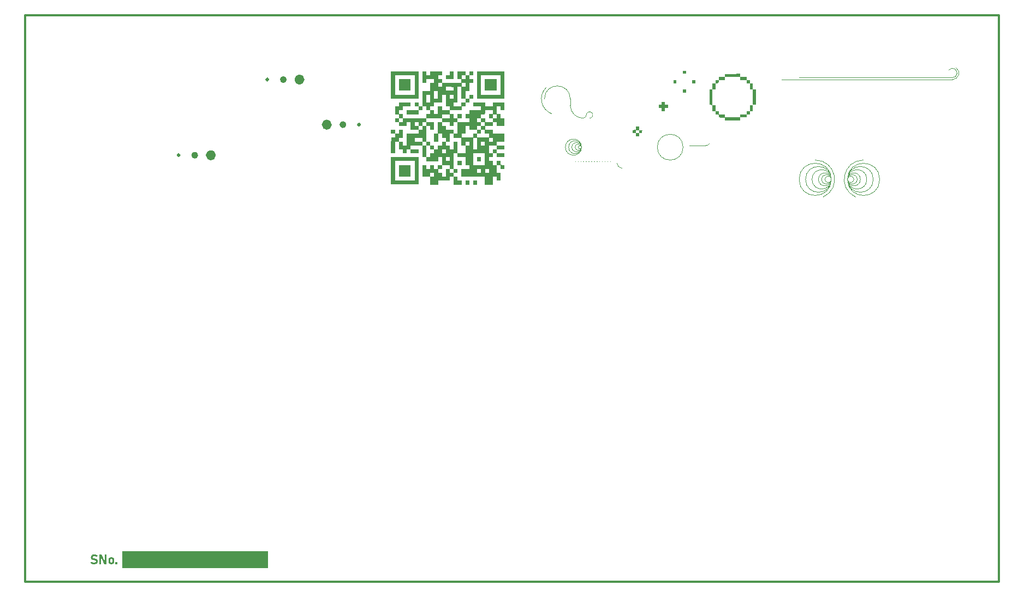
<source format=gbr>
%TF.GenerationSoftware,KiCad,Pcbnew,9.0.2*%
%TF.CreationDate,2025-08-22T18:27:14+01:00*%
%TF.ProjectId,MC8P_MIDI_CONTROLLER,4d433850-5f4d-4494-9449-5f434f4e5452,rev?*%
%TF.SameCoordinates,Original*%
%TF.FileFunction,Legend,Top*%
%TF.FilePolarity,Positive*%
%FSLAX46Y46*%
G04 Gerber Fmt 4.6, Leading zero omitted, Abs format (unit mm)*
G04 Created by KiCad (PCBNEW 9.0.2) date 2025-08-22 18:27:14*
%MOMM*%
%LPD*%
G01*
G04 APERTURE LIST*
%ADD10C,0.100000*%
%ADD11C,0.300000*%
%ADD12C,0.800000*%
%ADD13C,0.550000*%
%ADD14C,0.200000*%
%ADD15C,0.000000*%
G04 APERTURE END LIST*
D10*
X106520000Y-219000000D02*
X106520000Y-220000000D01*
X107270000Y-228750000D02*
X107290000Y-228750000D01*
X107690000Y-228750000D02*
X107710000Y-228750000D01*
X108110000Y-228750000D02*
X108130000Y-228750000D01*
X108530000Y-228750000D02*
X108550000Y-228750000D01*
X108950000Y-228750000D02*
X108970000Y-228750000D01*
X109370000Y-228750000D02*
X109390000Y-228750000D01*
X109790000Y-228750000D02*
X109810000Y-228750000D01*
X110210000Y-228750000D02*
X110230000Y-228750000D01*
X110630000Y-228750000D02*
X110650000Y-228750000D01*
X111050000Y-228750000D02*
X111070000Y-228750000D01*
X111470000Y-228750000D02*
X111490000Y-228750000D01*
X111890000Y-228750000D02*
X111910000Y-228750000D01*
X112310000Y-228750000D02*
X112330000Y-228750000D01*
X112730000Y-228750000D02*
X112750000Y-228750000D01*
X139270000Y-216000000D02*
X165806285Y-216000000D01*
D11*
X59670000Y-216000000D02*
G75*
G02*
X59370000Y-216000000I-150000J0D01*
G01*
X59370000Y-216000000D02*
G75*
G02*
X59670000Y-216000000I150000J0D01*
G01*
D12*
X69150000Y-223000000D02*
G75*
G02*
X68350000Y-223000000I-400000J0D01*
G01*
X68350000Y-223000000D02*
G75*
G02*
X69150000Y-223000000I400000J0D01*
G01*
D10*
X151520000Y-231500000D02*
G75*
G02*
X149520000Y-231500000I-1000000J0D01*
G01*
X149520000Y-231500000D02*
G75*
G02*
X151520000Y-231500000I1000000J0D01*
G01*
X147020000Y-231500000D02*
G75*
G02*
X142020000Y-231500000I-2500000J0D01*
G01*
X142020000Y-231500000D02*
G75*
G02*
X147020000Y-231500000I2500000J0D01*
G01*
X128144038Y-225916025D02*
G75*
G02*
X127520000Y-226250000I-624038J416025D01*
G01*
X147020000Y-231500000D02*
G75*
G02*
X143020000Y-231500000I-2000000J0D01*
G01*
X143020000Y-231500000D02*
G75*
G02*
X147020000Y-231500000I2000000J0D01*
G01*
X109010000Y-221500000D02*
G75*
G02*
X109520000Y-222010000I510000J0D01*
G01*
X114520000Y-229750000D02*
G75*
G02*
X113770000Y-229000000I0J750000D01*
G01*
X147020000Y-231500000D02*
G75*
G02*
X146020000Y-231500000I-500000J0D01*
G01*
X146020000Y-231500000D02*
G75*
G02*
X147020000Y-231500000I500000J0D01*
G01*
X142020000Y-215692718D02*
X165806285Y-215692718D01*
X166320781Y-214142507D02*
G75*
G02*
X165806285Y-215999992I-514481J-857493D01*
G01*
X153520000Y-231500000D02*
G75*
G02*
X149520000Y-231500000I-2000000J0D01*
G01*
X149520000Y-231500000D02*
G75*
G02*
X153520000Y-231500000I2000000J0D01*
G01*
X147020000Y-231500000D02*
G75*
G02*
X144020000Y-231500000I-1500000J0D01*
G01*
X144020000Y-231500000D02*
G75*
G02*
X147020000Y-231500000I1500000J0D01*
G01*
X108270000Y-226500000D02*
G75*
G02*
X107770000Y-226500000I-250000J0D01*
G01*
X107770000Y-226500000D02*
G75*
G02*
X108270000Y-226500000I250000J0D01*
G01*
X102520000Y-219000000D02*
G75*
G02*
X106520000Y-219000000I2000000J0D01*
G01*
D13*
X48545000Y-227750000D02*
G75*
G02*
X47995000Y-227750000I-275000J0D01*
G01*
X47995000Y-227750000D02*
G75*
G02*
X48545000Y-227750000I275000J0D01*
G01*
D11*
X73900000Y-223000000D02*
G75*
G02*
X73600000Y-223000000I-150000J0D01*
G01*
X73600000Y-223000000D02*
G75*
G02*
X73900000Y-223000000I150000J0D01*
G01*
X45920000Y-227750000D02*
G75*
G02*
X45620000Y-227750000I-150000J0D01*
G01*
X45620000Y-227750000D02*
G75*
G02*
X45920000Y-227750000I150000J0D01*
G01*
D14*
G36*
X32652253Y-291260387D02*
G01*
X32546522Y-291254976D01*
X32443700Y-291238863D01*
X32344213Y-291212145D01*
X32252091Y-291175848D01*
X32166439Y-291129670D01*
X32091715Y-291075922D01*
X32221866Y-290844380D01*
X32313802Y-290906588D01*
X32420619Y-290953557D01*
X32534927Y-290982343D01*
X32652253Y-290991933D01*
X32743074Y-290985901D01*
X32812651Y-290969673D01*
X32865385Y-290945314D01*
X32908130Y-290909234D01*
X32932764Y-290866148D01*
X32941222Y-290813606D01*
X32941222Y-290812598D01*
X32932300Y-290758082D01*
X32907334Y-290718351D01*
X32869260Y-290688579D01*
X32819223Y-290667060D01*
X32679913Y-290637384D01*
X32674234Y-290636377D01*
X32668647Y-290635278D01*
X32646116Y-290632255D01*
X32503276Y-290604323D01*
X32398087Y-290573362D01*
X32336321Y-290544179D01*
X32280882Y-290503219D01*
X32231025Y-290449348D01*
X32194802Y-290386572D01*
X32171143Y-290304487D01*
X32162424Y-290197747D01*
X32162424Y-290196740D01*
X32170072Y-290102289D01*
X32191889Y-290020739D01*
X32226995Y-289949810D01*
X32275757Y-289887689D01*
X32337625Y-289835761D01*
X32414482Y-289793556D01*
X32498182Y-289764723D01*
X32596415Y-289746331D01*
X32711695Y-289739792D01*
X32791797Y-289744318D01*
X32875094Y-289758202D01*
X32957526Y-289780673D01*
X33038492Y-289811508D01*
X33116416Y-289849921D01*
X33190167Y-289895497D01*
X33071282Y-290133267D01*
X32982779Y-290080205D01*
X32891489Y-290041035D01*
X32798032Y-290016151D01*
X32711695Y-290008245D01*
X32626155Y-290013772D01*
X32560949Y-290028594D01*
X32511844Y-290050744D01*
X32471836Y-290083728D01*
X32448951Y-290122786D01*
X32441135Y-290170087D01*
X32441135Y-290171094D01*
X32450863Y-290230247D01*
X32478046Y-290273127D01*
X32518832Y-290305231D01*
X32569180Y-290327898D01*
X32721862Y-290364809D01*
X32730105Y-290366366D01*
X32738257Y-290367832D01*
X32750072Y-290370488D01*
X32761887Y-290372961D01*
X32896896Y-290405086D01*
X32998009Y-290440097D01*
X33057399Y-290471545D01*
X33109958Y-290513597D01*
X33156370Y-290567226D01*
X33190117Y-290628773D01*
X33211963Y-290707076D01*
X33219934Y-290806461D01*
X33219934Y-290808476D01*
X33212076Y-290901437D01*
X33189596Y-290981987D01*
X33153256Y-291052383D01*
X33103164Y-291113573D01*
X33039156Y-291165035D01*
X32959083Y-291207081D01*
X32872473Y-291235664D01*
X32771028Y-291253904D01*
X32652253Y-291260387D01*
G37*
G36*
X33455964Y-289755088D02*
G01*
X33799248Y-289755088D01*
X34353557Y-290896587D01*
X34329010Y-290923240D01*
X34329010Y-289755088D01*
X34597464Y-289755088D01*
X34597464Y-291243992D01*
X34252165Y-291243992D01*
X33699871Y-290119895D01*
X33724418Y-290093242D01*
X33724418Y-291243992D01*
X33455964Y-291243992D01*
X33455964Y-289755088D01*
G37*
G36*
X35429428Y-290172521D02*
G01*
X35511501Y-290190815D01*
X35582068Y-290219821D01*
X35645481Y-290261296D01*
X35697396Y-290313212D01*
X35738872Y-290376625D01*
X35767959Y-290447188D01*
X35786268Y-290528947D01*
X35792727Y-290624012D01*
X35792727Y-290800325D01*
X35786254Y-290896075D01*
X35767932Y-290978181D01*
X35738872Y-291048811D01*
X35697421Y-291112204D01*
X35645505Y-291164282D01*
X35582068Y-291206073D01*
X35511468Y-291235386D01*
X35429397Y-291253861D01*
X35333673Y-291260387D01*
X35237886Y-291253861D01*
X35155754Y-291235387D01*
X35085095Y-291206073D01*
X35021786Y-291164233D01*
X34969890Y-291111841D01*
X34928382Y-291047804D01*
X34899373Y-290976522D01*
X34881080Y-290893712D01*
X34874618Y-290797211D01*
X34874618Y-290624012D01*
X35155345Y-290624012D01*
X35155345Y-290800325D01*
X35161041Y-290858711D01*
X35176735Y-290904392D01*
X35201415Y-290940184D01*
X35235205Y-290967027D01*
X35278025Y-290983792D01*
X35332574Y-290989827D01*
X35387206Y-290983811D01*
X35430391Y-290967058D01*
X35464740Y-290940184D01*
X35490053Y-290904306D01*
X35506096Y-290858623D01*
X35511909Y-290800325D01*
X35511909Y-290624012D01*
X35506106Y-290566408D01*
X35490075Y-290521233D01*
X35464740Y-290485710D01*
X35430427Y-290459104D01*
X35387243Y-290442494D01*
X35332574Y-290436525D01*
X35278658Y-290442478D01*
X35235975Y-290459071D01*
X35201965Y-290485710D01*
X35176947Y-290521189D01*
X35161090Y-290566364D01*
X35155345Y-290624012D01*
X34874618Y-290624012D01*
X34881067Y-290528942D01*
X34899346Y-290447182D01*
X34928382Y-290376625D01*
X34969853Y-290313205D01*
X35021740Y-290261291D01*
X35085095Y-290219821D01*
X35155721Y-290190814D01*
X35237855Y-290172521D01*
X35333673Y-290166057D01*
X35429428Y-290172521D01*
G37*
G36*
X35961255Y-290964273D02*
G01*
X36241981Y-290964273D01*
X36241981Y-291245000D01*
X35961255Y-291245000D01*
X35961255Y-290964273D01*
G37*
D10*
X37020000Y-289250000D02*
X59520000Y-289250000D01*
X59520000Y-291750000D01*
X37020000Y-291750000D01*
X37020000Y-289250000D01*
G36*
X37020000Y-289250000D02*
G01*
X59520000Y-289250000D01*
X59520000Y-291750000D01*
X37020000Y-291750000D01*
X37020000Y-289250000D01*
G37*
X124020000Y-226500000D02*
G75*
G02*
X120020000Y-226500000I-2000000J0D01*
G01*
X120020000Y-226500000D02*
G75*
G02*
X124020000Y-226500000I2000000J0D01*
G01*
X144520000Y-228500000D02*
G75*
G02*
X145761409Y-234231099I0J-3000000D01*
G01*
X152520000Y-231500000D02*
G75*
G02*
X149520000Y-231500000I-1500000J0D01*
G01*
X149520000Y-231500000D02*
G75*
G02*
X152520000Y-231500000I1500000J0D01*
G01*
X108510000Y-222000000D02*
G75*
G02*
X106522900Y-220012917I0J1987100D01*
G01*
X150770000Y-234231099D02*
G75*
G02*
X152011409Y-228500004I1241400J2731099D01*
G01*
D13*
X71525000Y-223000000D02*
G75*
G02*
X70975000Y-223000000I-275000J0D01*
G01*
X70975000Y-223000000D02*
G75*
G02*
X71525000Y-223000000I275000J0D01*
G01*
D10*
X108270000Y-226500000D02*
G75*
G02*
X107270000Y-226500000I-500000J0D01*
G01*
X107270000Y-226500000D02*
G75*
G02*
X108270000Y-226500000I500000J0D01*
G01*
X108270000Y-226500000D02*
G75*
G02*
X105770000Y-226500000I-1250000J0D01*
G01*
X105770000Y-226500000D02*
G75*
G02*
X108270000Y-226500000I1250000J0D01*
G01*
X151020000Y-231500000D02*
G75*
G02*
X149520000Y-231500000I-750000J0D01*
G01*
X149520000Y-231500000D02*
G75*
G02*
X151020000Y-231500000I750000J0D01*
G01*
X150520000Y-231500000D02*
G75*
G02*
X149520000Y-231500000I-500000J0D01*
G01*
X149520000Y-231500000D02*
G75*
G02*
X150520000Y-231500000I500000J0D01*
G01*
X165270000Y-214518003D02*
G75*
G02*
X165806285Y-215692651I536300J-464897D01*
G01*
X147020000Y-231500000D02*
G75*
G02*
X145020000Y-231500000I-1000000J0D01*
G01*
X145020000Y-231500000D02*
G75*
G02*
X147020000Y-231500000I1000000J0D01*
G01*
D12*
X64920000Y-216000000D02*
G75*
G02*
X64120000Y-216000000I-400000J0D01*
G01*
X64120000Y-216000000D02*
G75*
G02*
X64920000Y-216000000I400000J0D01*
G01*
X51170000Y-227750000D02*
G75*
G02*
X50370000Y-227750000I-400000J0D01*
G01*
X50370000Y-227750000D02*
G75*
G02*
X51170000Y-227750000I400000J0D01*
G01*
D10*
X108270000Y-226500000D02*
G75*
G02*
X106770000Y-226500000I-750000J0D01*
G01*
X106770000Y-226500000D02*
G75*
G02*
X108270000Y-226500000I750000J0D01*
G01*
D13*
X62295000Y-216000000D02*
G75*
G02*
X61745000Y-216000000I-275000J0D01*
G01*
X61745000Y-216000000D02*
G75*
G02*
X62295000Y-216000000I275000J0D01*
G01*
D10*
X109010000Y-221500000D02*
G75*
G02*
X108510000Y-222000000I-500000J0D01*
G01*
X108270000Y-226500000D02*
G75*
G02*
X106270000Y-226500000I-1000000J0D01*
G01*
X106270000Y-226500000D02*
G75*
G02*
X108270000Y-226500000I1000000J0D01*
G01*
X147020000Y-231500000D02*
G75*
G02*
X145520000Y-231500000I-750000J0D01*
G01*
X145520000Y-231500000D02*
G75*
G02*
X147020000Y-231500000I750000J0D01*
G01*
X125020000Y-226250000D02*
X127520000Y-226250000D01*
X154520000Y-231500000D02*
G75*
G02*
X149520000Y-231500000I-2500000J0D01*
G01*
X149520000Y-231500000D02*
G75*
G02*
X154520000Y-231500000I2500000J0D01*
G01*
X103600855Y-221297863D02*
G75*
G02*
X102770000Y-217250000I919145J2297863D01*
G01*
D11*
X22000000Y-206000000D02*
X173000000Y-206000000D01*
X173000000Y-294000000D01*
X22000000Y-294000000D01*
X22000000Y-206000000D01*
D15*
%TO.C,G\u002A\u002A\u002A*%
G36*
X124453277Y-214858256D02*
G01*
X124453277Y-215091868D01*
X124219665Y-215091868D01*
X123986053Y-215091868D01*
X123986053Y-214858256D01*
X123986053Y-214624644D01*
X124219665Y-214624644D01*
X124453277Y-214624644D01*
X124453277Y-214858256D01*
G37*
G36*
X124453277Y-217767787D02*
G01*
X124453277Y-218022637D01*
X124219665Y-218022637D01*
X123986053Y-218022637D01*
X123986053Y-217767787D01*
X123986053Y-217512938D01*
X124219665Y-217512938D01*
X124453277Y-217512938D01*
X124453277Y-217767787D01*
G37*
G36*
X125897425Y-216323640D02*
G01*
X125897425Y-216578490D01*
X125663813Y-216578490D01*
X125430200Y-216578490D01*
X125430200Y-216323640D01*
X125430200Y-216068791D01*
X125663813Y-216068791D01*
X125897425Y-216068791D01*
X125897425Y-216323640D01*
G37*
G36*
X135326856Y-218723473D02*
G01*
X135326856Y-219934008D01*
X135093244Y-219934008D01*
X134859632Y-219934008D01*
X134859632Y-218719542D01*
X134859632Y-217512938D01*
X135093244Y-217512938D01*
X135326856Y-217512938D01*
X135326856Y-218723473D01*
G37*
G36*
X123009130Y-216321521D02*
G01*
X123009130Y-216578490D01*
X122774185Y-216578490D01*
X122613952Y-216568679D01*
X122530262Y-216538297D01*
X122516656Y-216519637D01*
X122505519Y-216442634D01*
X122504871Y-216320843D01*
X122507370Y-216275406D01*
X122520669Y-216090028D01*
X122764899Y-216077290D01*
X123009130Y-216064551D01*
X123009130Y-216321521D01*
G37*
G36*
X121222208Y-219702504D02*
G01*
X121222208Y-219936116D01*
X121455820Y-219936116D01*
X121689432Y-219936116D01*
X121689432Y-220169728D01*
X121689432Y-220403340D01*
X121455820Y-220403340D01*
X121222208Y-220403340D01*
X121222208Y-220658190D01*
X121222208Y-220913039D01*
X120967359Y-220913039D01*
X120712509Y-220913039D01*
X120712509Y-220658190D01*
X120712509Y-220403340D01*
X120478897Y-220403340D01*
X120245285Y-220403340D01*
X120245285Y-220169728D01*
X120245285Y-219936116D01*
X120478897Y-219936116D01*
X120712509Y-219936116D01*
X120712509Y-219702504D01*
X120712509Y-219468892D01*
X120967359Y-219468892D01*
X121222208Y-219468892D01*
X121222208Y-219702504D01*
G37*
G36*
X117190067Y-223586851D02*
G01*
X117190067Y-223841700D01*
X117434297Y-223841643D01*
X117678528Y-223841585D01*
X117663978Y-224075255D01*
X117649429Y-224308925D01*
X117419748Y-224308925D01*
X117190067Y-224308925D01*
X117190067Y-224542537D01*
X117190067Y-224776149D01*
X116956455Y-224776149D01*
X116722843Y-224776149D01*
X116722843Y-224542537D01*
X116722843Y-224308925D01*
X116956455Y-224308925D01*
X117190067Y-224308925D01*
X117190067Y-224075313D01*
X117190067Y-223841700D01*
X116956455Y-223841700D01*
X116722843Y-223841700D01*
X116722843Y-224075313D01*
X116722843Y-224308925D01*
X116467993Y-224308925D01*
X116213144Y-224308925D01*
X116213144Y-224077432D01*
X116213144Y-224075313D01*
X116213144Y-223845940D01*
X116457374Y-223833201D01*
X116701605Y-223820463D01*
X116714344Y-223576232D01*
X116727082Y-223332001D01*
X116958574Y-223332001D01*
X117190067Y-223332001D01*
X117190067Y-223586851D01*
G37*
G36*
X132905787Y-215357336D02*
G01*
X132905786Y-215601567D01*
X133394247Y-215601567D01*
X133882709Y-215601567D01*
X133882709Y-215833059D01*
X133882709Y-216064551D01*
X134126940Y-216077290D01*
X134371170Y-216090028D01*
X134383909Y-216334259D01*
X134396647Y-216578490D01*
X134628140Y-216578490D01*
X134859632Y-216578490D01*
X134859632Y-217045714D01*
X134859632Y-217505076D01*
X134625962Y-217519626D01*
X134392292Y-217534175D01*
X134392350Y-217056333D01*
X134392408Y-216578490D01*
X134137558Y-216578490D01*
X133882709Y-216578490D01*
X133882709Y-216323640D01*
X133882709Y-216068791D01*
X133394247Y-216068791D01*
X132905786Y-216068791D01*
X132905786Y-215834517D01*
X132905786Y-215600244D01*
X131705869Y-215611524D01*
X130505953Y-215622804D01*
X130493115Y-215845797D01*
X130480276Y-216068791D01*
X130017391Y-216068791D01*
X129554507Y-216068791D01*
X129541768Y-216313022D01*
X129529030Y-216557252D01*
X129284799Y-216569991D01*
X129040568Y-216582729D01*
X129040568Y-217045614D01*
X129040568Y-217508499D01*
X128817575Y-217521337D01*
X128594582Y-217534175D01*
X128594582Y-218744711D01*
X128594582Y-219955246D01*
X128817650Y-219955246D01*
X129040719Y-219955246D01*
X129040644Y-220433088D01*
X129040568Y-220910931D01*
X129295418Y-220910931D01*
X129550267Y-220910931D01*
X129550267Y-221165781D01*
X129550267Y-221420630D01*
X130034009Y-221420630D01*
X130257221Y-221423253D01*
X130405393Y-221431839D01*
X130488296Y-221447466D01*
X130515700Y-221471209D01*
X130515780Y-221473724D01*
X130516036Y-221547399D01*
X130519081Y-221666495D01*
X130520499Y-221707336D01*
X130527190Y-221887854D01*
X131716488Y-221887854D01*
X132905786Y-221887854D01*
X132905786Y-221654242D01*
X132905786Y-221420630D01*
X133394247Y-221420630D01*
X133882709Y-221420630D01*
X133882709Y-221165781D01*
X133882709Y-220910931D01*
X134137558Y-220910931D01*
X134392408Y-220910931D01*
X134392408Y-220443707D01*
X134392408Y-219976483D01*
X134626020Y-219976483D01*
X134859632Y-219976483D01*
X134859632Y-220443707D01*
X134859632Y-220910931D01*
X134628140Y-220910931D01*
X134396647Y-220910931D01*
X134383909Y-221155162D01*
X134371170Y-221399393D01*
X134126940Y-221412131D01*
X133882709Y-221424870D01*
X133882709Y-221656362D01*
X133882709Y-221887854D01*
X133394247Y-221887854D01*
X132905786Y-221887854D01*
X132905786Y-222121466D01*
X132905786Y-222355078D01*
X131718708Y-222355078D01*
X130531630Y-222355078D01*
X130518791Y-222132085D01*
X130505953Y-221909092D01*
X130028110Y-221897082D01*
X129550267Y-221885072D01*
X129550267Y-221652851D01*
X129545585Y-221515891D01*
X129527480Y-221444267D01*
X129489867Y-221418685D01*
X129475936Y-221417185D01*
X129385906Y-221413183D01*
X129258587Y-221407704D01*
X129231706Y-221406566D01*
X129061806Y-221399393D01*
X129049067Y-221155162D01*
X129036329Y-220910931D01*
X128806228Y-220910931D01*
X128576127Y-220910931D01*
X128564117Y-220433088D01*
X128552107Y-219955246D01*
X128329114Y-219942407D01*
X128106120Y-219929569D01*
X128106120Y-218721253D01*
X128106120Y-217512938D01*
X128339732Y-217512938D01*
X128573344Y-217512938D01*
X128573344Y-217045714D01*
X128573344Y-216578490D01*
X128806956Y-216578490D01*
X129040568Y-216578490D01*
X129040568Y-216323640D01*
X129040568Y-216068791D01*
X129295418Y-216068791D01*
X129550267Y-216068791D01*
X129550267Y-215836570D01*
X129550267Y-215604349D01*
X130028110Y-215592339D01*
X130505953Y-215580329D01*
X130510173Y-215355983D01*
X130514392Y-215131636D01*
X131710090Y-215122371D01*
X132905788Y-215113105D01*
X132905787Y-215357336D01*
G37*
G36*
X81756154Y-216830058D02*
G01*
X81756154Y-217736154D01*
X80850058Y-217736154D01*
X79943961Y-217736154D01*
X79946302Y-216832398D01*
X79948642Y-215928642D01*
X80852398Y-215926302D01*
X81756154Y-215923961D01*
X81756154Y-216830058D01*
G37*
G36*
X81756154Y-230172384D02*
G01*
X81756154Y-231080923D01*
X80850058Y-231080923D01*
X79943961Y-231080923D01*
X79943961Y-230172384D01*
X79943961Y-229263846D01*
X80850058Y-229263846D01*
X81756154Y-229263846D01*
X81756154Y-230172384D01*
G37*
G36*
X89659461Y-228965884D02*
G01*
X89659461Y-229273615D01*
X89347363Y-229273615D01*
X89035264Y-229273615D01*
X89034505Y-228965884D01*
X89033746Y-228658154D01*
X89346603Y-228658154D01*
X89659461Y-228658154D01*
X89659461Y-228965884D01*
G37*
G36*
X90870846Y-231999231D02*
G01*
X90870846Y-232311846D01*
X90563115Y-232311846D01*
X90255384Y-232311846D01*
X90255384Y-231999231D01*
X90255384Y-231686615D01*
X90563115Y-231686615D01*
X90870846Y-231686615D01*
X90870846Y-231999231D01*
G37*
G36*
X92082231Y-231999231D02*
G01*
X92082231Y-232311846D01*
X91774500Y-232311846D01*
X91466769Y-232311846D01*
X91466769Y-231999231D01*
X91466769Y-231686615D01*
X91774500Y-231686615D01*
X92082231Y-231686615D01*
X92082231Y-231999231D01*
G37*
G36*
X92687923Y-228360192D02*
G01*
X92687923Y-228667923D01*
X92380192Y-228667923D01*
X92072461Y-228667923D01*
X92072461Y-228360192D01*
X92072461Y-228052461D01*
X92380192Y-228052461D01*
X92687923Y-228052461D01*
X92687923Y-228360192D01*
G37*
G36*
X95100923Y-216830058D02*
G01*
X95100923Y-217736154D01*
X94192384Y-217736154D01*
X93283846Y-217736154D01*
X93283846Y-216830058D01*
X93283846Y-215923961D01*
X94192384Y-215923961D01*
X95100923Y-215923961D01*
X95100923Y-216830058D01*
G37*
G36*
X88448077Y-215323154D02*
G01*
X88448077Y-215938615D01*
X87832615Y-215938615D01*
X87217154Y-215938615D01*
X87217154Y-215630884D01*
X87217154Y-215323154D01*
X87520000Y-215323154D01*
X87822846Y-215323154D01*
X87822846Y-215015423D01*
X87822846Y-214707692D01*
X88135461Y-214707692D01*
X88448077Y-214707692D01*
X88448077Y-215323154D01*
G37*
G36*
X82967538Y-216827615D02*
G01*
X82967538Y-218947538D01*
X80847615Y-218947538D01*
X78727692Y-218947538D01*
X78727692Y-218351615D01*
X79333384Y-218351615D01*
X80852500Y-218351615D01*
X82371615Y-218351615D01*
X82371615Y-216832500D01*
X82371615Y-215313384D01*
X80852500Y-215313384D01*
X79333384Y-215313384D01*
X79333384Y-216832500D01*
X79333384Y-218351615D01*
X78727692Y-218351615D01*
X78727692Y-216832500D01*
X78727692Y-216827615D01*
X78727692Y-214707692D01*
X80847615Y-214707692D01*
X82967538Y-214707692D01*
X82967538Y-216827615D01*
G37*
G36*
X82967538Y-230172384D02*
G01*
X82967538Y-232292308D01*
X80847615Y-232292308D01*
X78727692Y-232292308D01*
X78727692Y-230172384D01*
X78727692Y-230165872D01*
X78727692Y-228648384D01*
X79333384Y-228648384D01*
X79333384Y-230165872D01*
X79333410Y-230336507D01*
X79333486Y-230501798D01*
X79333608Y-230660690D01*
X79333774Y-230812131D01*
X79333981Y-230955067D01*
X79334227Y-231088446D01*
X79334508Y-231211213D01*
X79334822Y-231322316D01*
X79335166Y-231420701D01*
X79335537Y-231505316D01*
X79335932Y-231575107D01*
X79336348Y-231629022D01*
X79336784Y-231666006D01*
X79337235Y-231685007D01*
X79337454Y-231687429D01*
X79347512Y-231687871D01*
X79376054Y-231688269D01*
X79422027Y-231688619D01*
X79484376Y-231688923D01*
X79562047Y-231689179D01*
X79653987Y-231689384D01*
X79759140Y-231689540D01*
X79876455Y-231689644D01*
X80004875Y-231689695D01*
X80143347Y-231689692D01*
X80290818Y-231689635D01*
X80446233Y-231689522D01*
X80608538Y-231689351D01*
X80776680Y-231689123D01*
X80856570Y-231688996D01*
X82371615Y-231686493D01*
X82371615Y-230167439D01*
X82371615Y-228648384D01*
X80852500Y-228648384D01*
X79333384Y-228648384D01*
X78727692Y-228648384D01*
X78727692Y-228052461D01*
X80847615Y-228052461D01*
X82967538Y-228052461D01*
X82967538Y-230172384D01*
G37*
G36*
X96312308Y-216827615D02*
G01*
X96312308Y-218947538D01*
X94192384Y-218947538D01*
X92072461Y-218947538D01*
X92072461Y-218351615D01*
X92668384Y-218351615D01*
X94187439Y-218351615D01*
X95706493Y-218351615D01*
X95708996Y-216836570D01*
X95709252Y-216666073D01*
X95709450Y-216500923D01*
X95709589Y-216342172D01*
X95709673Y-216190876D01*
X95709701Y-216048087D01*
X95709674Y-215914861D01*
X95709595Y-215792251D01*
X95709463Y-215681310D01*
X95709281Y-215583094D01*
X95709048Y-215498656D01*
X95708767Y-215429050D01*
X95708438Y-215375330D01*
X95708062Y-215338551D01*
X95707640Y-215319766D01*
X95707429Y-215317454D01*
X95697372Y-215316997D01*
X95668829Y-215316554D01*
X95622854Y-215316128D01*
X95560500Y-215315722D01*
X95482820Y-215315339D01*
X95390868Y-215314982D01*
X95285696Y-215314654D01*
X95168358Y-215314357D01*
X95039906Y-215314094D01*
X94901395Y-215313868D01*
X94753877Y-215313682D01*
X94598406Y-215313538D01*
X94436034Y-215313440D01*
X94267815Y-215313390D01*
X94185872Y-215313384D01*
X92668384Y-215313384D01*
X92668384Y-216832500D01*
X92668384Y-218351615D01*
X92072461Y-218351615D01*
X92072461Y-216832500D01*
X92072461Y-216827615D01*
X92072461Y-214707692D01*
X94192384Y-214707692D01*
X96312308Y-214707692D01*
X96312308Y-216827615D01*
G37*
G36*
X90265154Y-215015493D02*
G01*
X90265154Y-215323440D01*
X90560673Y-215320855D01*
X90856192Y-215318269D01*
X90858774Y-215012981D01*
X90861355Y-214707692D01*
X91168947Y-214707692D01*
X91476538Y-214707692D01*
X91476538Y-215020308D01*
X91476538Y-215332923D01*
X91173549Y-215332923D01*
X90870559Y-215332923D01*
X90873145Y-215628442D01*
X90875731Y-215923961D01*
X91176137Y-215923961D01*
X91476544Y-215923961D01*
X91476541Y-216234134D01*
X91476538Y-216544308D01*
X91173692Y-216544308D01*
X90870846Y-216544308D01*
X90870846Y-217150000D01*
X90870846Y-217755692D01*
X90568000Y-217755692D01*
X90265154Y-217755692D01*
X90265154Y-218356500D01*
X90265154Y-218957308D01*
X90563115Y-218957308D01*
X90861077Y-218957308D01*
X90861077Y-218654461D01*
X90861077Y-218351615D01*
X91168808Y-218351615D01*
X91476538Y-218351615D01*
X91476538Y-218659346D01*
X91476538Y-218967077D01*
X91173692Y-218967077D01*
X90870846Y-218967077D01*
X90870846Y-219269923D01*
X90870846Y-219572769D01*
X90568000Y-219572769D01*
X90265154Y-219572769D01*
X90265154Y-219875615D01*
X90265154Y-220178461D01*
X89962447Y-220178461D01*
X89659740Y-220178461D01*
X89657158Y-220481654D01*
X89654577Y-220784847D01*
X88748481Y-220784562D01*
X87842384Y-220784276D01*
X87842384Y-221082177D01*
X87842384Y-221380077D01*
X88145231Y-221380077D01*
X88448077Y-221380077D01*
X88448077Y-221682923D01*
X88448077Y-221985769D01*
X88743596Y-221985776D01*
X89039115Y-221985782D01*
X89036273Y-221682929D01*
X89033431Y-221380077D01*
X89346446Y-221380077D01*
X89659461Y-221380077D01*
X89659461Y-221692965D01*
X89659461Y-222005852D01*
X89356610Y-222003138D01*
X89053759Y-222000423D01*
X89053764Y-222295942D01*
X89053769Y-222591461D01*
X89957566Y-222591461D01*
X90861363Y-222591461D01*
X92082231Y-222591461D01*
X92380192Y-222591461D01*
X92678154Y-222591461D01*
X92678154Y-222298665D01*
X92678154Y-222005868D01*
X92384252Y-222003145D01*
X92310491Y-222002594D01*
X92243242Y-222002342D01*
X92184935Y-222002381D01*
X92137997Y-222002699D01*
X92104857Y-222003284D01*
X92087943Y-222004126D01*
X92086290Y-222004493D01*
X92085269Y-222014916D01*
X92084342Y-222042438D01*
X92083543Y-222084619D01*
X92082904Y-222139020D01*
X92082461Y-222203203D01*
X92082246Y-222274727D01*
X92082231Y-222300013D01*
X92082231Y-222591461D01*
X90861363Y-222591461D01*
X90858797Y-222300013D01*
X90858778Y-222297833D01*
X90856192Y-222004205D01*
X90555788Y-222005017D01*
X90255384Y-222005829D01*
X90255384Y-221985769D01*
X92687636Y-221985769D01*
X92990626Y-221985769D01*
X93293615Y-221985769D01*
X93293615Y-222288615D01*
X93293615Y-222591461D01*
X93894423Y-222591461D01*
X94495231Y-222591461D01*
X94495231Y-222298384D01*
X94495231Y-222005308D01*
X94192384Y-222005308D01*
X93889538Y-222005308D01*
X93889538Y-221985769D01*
X94504713Y-221985769D01*
X94802818Y-221985769D01*
X95100923Y-221985769D01*
X95100923Y-221687664D01*
X95100923Y-221389559D01*
X94805404Y-221392145D01*
X94509884Y-221394731D01*
X94507299Y-221690250D01*
X94504713Y-221985769D01*
X93889538Y-221985769D01*
X93889538Y-221692692D01*
X93889538Y-221380077D01*
X94192384Y-221380077D01*
X94495231Y-221380077D01*
X94495231Y-221082159D01*
X94495231Y-220784240D01*
X93896865Y-220786639D01*
X93298500Y-220789038D01*
X93293615Y-221091884D01*
X93288731Y-221394731D01*
X92990769Y-221394731D01*
X92692808Y-221394731D01*
X92690222Y-221690250D01*
X92687636Y-221985769D01*
X90255384Y-221985769D01*
X90255384Y-221692953D01*
X90255384Y-221380077D01*
X90558231Y-221380077D01*
X90861077Y-221380077D01*
X90861077Y-221077231D01*
X90861077Y-220774384D01*
X91769615Y-220774384D01*
X92678154Y-220774384D01*
X92678154Y-220476166D01*
X92678154Y-220177947D01*
X92377750Y-220178468D01*
X92282767Y-220178602D01*
X92174968Y-220178701D01*
X92061071Y-220178764D01*
X91947800Y-220178788D01*
X91841875Y-220178768D01*
X91772058Y-220178725D01*
X91466769Y-220178461D01*
X91466769Y-219870731D01*
X91466769Y-219563000D01*
X92380192Y-219563000D01*
X93293615Y-219563000D01*
X93293615Y-219865846D01*
X93293615Y-220168692D01*
X93894423Y-220168692D01*
X94495231Y-220168692D01*
X94495231Y-219865846D01*
X94495231Y-219563000D01*
X95413538Y-219563000D01*
X96331846Y-219563000D01*
X96331848Y-220176019D01*
X96331851Y-220789038D01*
X96021675Y-220786764D01*
X95711500Y-220784489D01*
X95708918Y-220481475D01*
X95706337Y-220178461D01*
X95413399Y-220178461D01*
X95120461Y-220178461D01*
X95120461Y-220779128D01*
X95120461Y-221379794D01*
X95418974Y-221382378D01*
X95717486Y-221384961D01*
X95716675Y-221685365D01*
X95715863Y-221985769D01*
X96023855Y-221985769D01*
X96331846Y-221985769D01*
X96331846Y-222601231D01*
X96331846Y-223216692D01*
X95716384Y-223216692D01*
X95100923Y-223216692D01*
X95100923Y-222913846D01*
X95100923Y-222611000D01*
X94802961Y-222611000D01*
X94505000Y-222611000D01*
X94505000Y-222913846D01*
X94505000Y-223216692D01*
X93899308Y-223216692D01*
X93293615Y-223216692D01*
X93293615Y-223509769D01*
X93293615Y-223802846D01*
X93899168Y-223802846D01*
X94504721Y-223802846D01*
X94507303Y-224108134D01*
X94509884Y-224413423D01*
X95420866Y-224413423D01*
X96331847Y-224413423D01*
X96331846Y-225026442D01*
X96331846Y-225639461D01*
X95726154Y-225639461D01*
X95120461Y-225639461D01*
X95120461Y-225937800D01*
X95120461Y-226236139D01*
X95420865Y-226235370D01*
X95515848Y-226235172D01*
X95623647Y-226235025D01*
X95737543Y-226234933D01*
X95850814Y-226234899D01*
X95956740Y-226234928D01*
X96026558Y-226234993D01*
X96331846Y-226235384D01*
X96331846Y-226543115D01*
X96331846Y-226850846D01*
X95726154Y-226850846D01*
X95120461Y-226850846D01*
X95120461Y-227148808D01*
X95120461Y-227446769D01*
X95726154Y-227446769D01*
X96331846Y-227446769D01*
X96331846Y-227754500D01*
X96331846Y-228062231D01*
X95716384Y-228062231D01*
X95100923Y-228062231D01*
X95100923Y-227759384D01*
X95100923Y-227456538D01*
X94802961Y-227456538D01*
X94505000Y-227456538D01*
X94505000Y-227759243D01*
X94505000Y-228061948D01*
X94204596Y-228064532D01*
X93904192Y-228067115D01*
X93904192Y-228360192D01*
X93904192Y-228653269D01*
X94204596Y-228655853D01*
X94505000Y-228658436D01*
X94505000Y-228961141D01*
X94505000Y-229263846D01*
X94802961Y-229263846D01*
X95100923Y-229263846D01*
X95100923Y-228961000D01*
X95100923Y-228658154D01*
X95411096Y-228658149D01*
X95721269Y-228658144D01*
X95721269Y-228958553D01*
X95721269Y-229258961D01*
X96026558Y-229261543D01*
X96331846Y-229264124D01*
X96331846Y-229574158D01*
X96331846Y-229884192D01*
X96021673Y-229882027D01*
X95711500Y-229879861D01*
X95709472Y-229579181D01*
X95707445Y-229278500D01*
X95413953Y-229275914D01*
X95120461Y-229273329D01*
X95120461Y-229874138D01*
X95120461Y-230474948D01*
X95418687Y-230477532D01*
X95716913Y-230480115D01*
X95716910Y-231088417D01*
X95716906Y-231696720D01*
X95408912Y-231698994D01*
X95100918Y-231701269D01*
X95100920Y-231400865D01*
X95100923Y-231100461D01*
X94802584Y-231100461D01*
X94504246Y-231100461D01*
X94505015Y-231400865D01*
X94505212Y-231495848D01*
X94505359Y-231603647D01*
X94505451Y-231717543D01*
X94505485Y-231830814D01*
X94505456Y-231936740D01*
X94505392Y-232006558D01*
X94505000Y-232311846D01*
X93894423Y-232311846D01*
X93283846Y-232311846D01*
X93283846Y-231706154D01*
X93283846Y-231100461D01*
X91466769Y-231100461D01*
X89649692Y-231100461D01*
X89649692Y-230485000D01*
X89649692Y-230475231D01*
X92081944Y-230475231D01*
X92380192Y-230475231D01*
X92678440Y-230475231D01*
X93293329Y-230475231D01*
X93591433Y-230475231D01*
X93889538Y-230475231D01*
X93889538Y-230177126D01*
X93889538Y-229879021D01*
X93594019Y-229881607D01*
X93298500Y-229884192D01*
X93295914Y-230179711D01*
X93293329Y-230475231D01*
X92678440Y-230475231D01*
X92675855Y-230179711D01*
X92673269Y-229884192D01*
X92380192Y-229884192D01*
X92087115Y-229884192D01*
X92084530Y-230179711D01*
X92081944Y-230475231D01*
X89649692Y-230475231D01*
X89649692Y-229869538D01*
X90255384Y-229869538D01*
X90861077Y-229869538D01*
X90861077Y-229571577D01*
X90861077Y-229273615D01*
X90555788Y-229273616D01*
X90250500Y-229273617D01*
X90250500Y-229263846D01*
X91476538Y-229263846D01*
X92380192Y-229263846D01*
X93283846Y-229263846D01*
X93283846Y-228360192D01*
X93283846Y-227456538D01*
X92380192Y-227456538D01*
X91476538Y-227456538D01*
X91476538Y-228360192D01*
X91476538Y-229263846D01*
X90250500Y-229263846D01*
X90250500Y-228670366D01*
X90250500Y-228360192D01*
X90250500Y-228067115D01*
X89642105Y-228064599D01*
X89033710Y-228062082D01*
X89034521Y-227761753D01*
X89035333Y-227461423D01*
X88741705Y-227458837D01*
X88448077Y-227456252D01*
X88448077Y-228662895D01*
X88448077Y-229869538D01*
X88750923Y-229869538D01*
X89053769Y-229869538D01*
X89053774Y-230179711D01*
X89053779Y-230489884D01*
X88750928Y-230487170D01*
X88448077Y-230484455D01*
X88448077Y-230782689D01*
X88448077Y-231080923D01*
X88750923Y-231080923D01*
X89053769Y-231080923D01*
X89053764Y-231386211D01*
X89053759Y-231691500D01*
X89356610Y-231688785D01*
X89659461Y-231686070D01*
X89659461Y-231998958D01*
X89659461Y-232311846D01*
X89046442Y-232311847D01*
X88433423Y-232311849D01*
X88435890Y-231706155D01*
X88438357Y-231100461D01*
X88140371Y-231100461D01*
X87842384Y-231100461D01*
X87842385Y-231400865D01*
X87842386Y-231701269D01*
X86933847Y-231698838D01*
X86025308Y-231696406D01*
X86025308Y-232004126D01*
X86025308Y-232311846D01*
X85409846Y-232311846D01*
X84794384Y-232311846D01*
X84794384Y-231706154D01*
X84794384Y-231100461D01*
X84188692Y-231100461D01*
X83583000Y-231100461D01*
X83583000Y-231080923D01*
X84803867Y-231080923D01*
X85101972Y-231080923D01*
X85400077Y-231080923D01*
X85400077Y-230782818D01*
X85400077Y-230484713D01*
X85104558Y-230487299D01*
X84809038Y-230489884D01*
X84806453Y-230785404D01*
X84803867Y-231080923D01*
X83583000Y-231080923D01*
X83583000Y-230182154D01*
X83583000Y-230177269D01*
X86024691Y-230177269D01*
X86024691Y-230470346D01*
X86327845Y-230472927D01*
X86631000Y-230475509D01*
X86631000Y-230778216D01*
X86631000Y-231080923D01*
X86924077Y-231080923D01*
X87217154Y-231080923D01*
X87217154Y-230475231D01*
X87842384Y-230475231D01*
X88140489Y-230475231D01*
X88438594Y-230475231D01*
X88436008Y-230179711D01*
X88433423Y-229884192D01*
X88137904Y-229881607D01*
X87842384Y-229879021D01*
X87842384Y-230177126D01*
X87842384Y-230475231D01*
X87217154Y-230475231D01*
X87217154Y-230177126D01*
X87217154Y-229869538D01*
X87520000Y-229869538D01*
X87822846Y-229869538D01*
X87822846Y-229571502D01*
X87822846Y-229273465D01*
X87226374Y-229275982D01*
X86629902Y-229278500D01*
X86630711Y-229578764D01*
X86631520Y-229879028D01*
X86328106Y-229881610D01*
X86024691Y-229884192D01*
X86024691Y-230177269D01*
X83583000Y-230177269D01*
X83583000Y-229884192D01*
X83583000Y-229263846D01*
X83890731Y-229263846D01*
X84198461Y-229263846D01*
X84198461Y-229566692D01*
X84198461Y-229869538D01*
X84496423Y-229869538D01*
X84794384Y-229869538D01*
X84794384Y-229566692D01*
X84794384Y-229263846D01*
X85102115Y-229263846D01*
X85409846Y-229263846D01*
X85409846Y-229566692D01*
X85409846Y-229869538D01*
X85707808Y-229869538D01*
X86005769Y-229869538D01*
X86005769Y-229566692D01*
X86005769Y-229263846D01*
X86308615Y-229263846D01*
X86611461Y-229263846D01*
X86611461Y-228662895D01*
X86611461Y-228200894D01*
X87233708Y-228200894D01*
X87233853Y-228265174D01*
X87234294Y-228336849D01*
X87234530Y-228364252D01*
X87237253Y-228658154D01*
X87530049Y-228658154D01*
X87822846Y-228658154D01*
X87822846Y-228360192D01*
X87822846Y-228062231D01*
X87531397Y-228062231D01*
X87457952Y-228062361D01*
X87391027Y-228062732D01*
X87333062Y-228063308D01*
X87286498Y-228064057D01*
X87253772Y-228064945D01*
X87237325Y-228065938D01*
X87235878Y-228066290D01*
X87234945Y-228076707D01*
X87234265Y-228104232D01*
X87233849Y-228146437D01*
X87233708Y-228200894D01*
X86611461Y-228200894D01*
X86611461Y-228061944D01*
X86317833Y-228064530D01*
X86024205Y-228067115D01*
X86025017Y-228367519D01*
X86025829Y-228667923D01*
X85717837Y-228668067D01*
X85620897Y-228668106D01*
X85511230Y-228668142D01*
X85395624Y-228668171D01*
X85280865Y-228668194D01*
X85173740Y-228668207D01*
X85102115Y-228668210D01*
X85005615Y-228668205D01*
X84896757Y-228668189D01*
X84782236Y-228668165D01*
X84668747Y-228668134D01*
X84562986Y-228668097D01*
X84491538Y-228668067D01*
X84188692Y-228667923D01*
X84188692Y-228365077D01*
X84188692Y-228062231D01*
X83885846Y-228062231D01*
X83583000Y-228062231D01*
X83583000Y-228052461D01*
X84198667Y-228052461D01*
X84496526Y-228052461D01*
X84794384Y-228052461D01*
X84794384Y-227749615D01*
X84794384Y-227446769D01*
X85097231Y-227446769D01*
X85400077Y-227446769D01*
X85400077Y-227148808D01*
X85400077Y-226855731D01*
X86630389Y-226855731D01*
X86630542Y-227146365D01*
X86630585Y-227219753D01*
X86630634Y-227286661D01*
X86630686Y-227344637D01*
X86630738Y-227391228D01*
X86630788Y-227423982D01*
X86630834Y-227440448D01*
X86630847Y-227441884D01*
X86640258Y-227443108D01*
X86666817Y-227444220D01*
X86708135Y-227445179D01*
X86761824Y-227445947D01*
X86825492Y-227446483D01*
X86896751Y-227446748D01*
X86924077Y-227446769D01*
X87217154Y-227446769D01*
X87217154Y-227158577D01*
X87217154Y-227085361D01*
X87217154Y-227018502D01*
X87217154Y-226960491D01*
X87217154Y-226913818D01*
X87217154Y-226880973D01*
X87217154Y-226864448D01*
X87217154Y-226863058D01*
X87207782Y-226861223D01*
X87181259Y-226859557D01*
X87139972Y-226858118D01*
X87086306Y-226856966D01*
X87022648Y-226856161D01*
X86951385Y-226855763D01*
X86923771Y-226855731D01*
X86630389Y-226855731D01*
X85400077Y-226855731D01*
X85400077Y-226850846D01*
X85097231Y-226850846D01*
X84794384Y-226850846D01*
X84794384Y-226548000D01*
X84794384Y-226245154D01*
X84496526Y-226245154D01*
X84198667Y-226245154D01*
X84198667Y-227148808D01*
X84198667Y-228052461D01*
X83583000Y-228052461D01*
X83583000Y-227153692D01*
X83583000Y-227148808D01*
X83583000Y-226245154D01*
X82679346Y-226245154D01*
X81775692Y-226245154D01*
X81775692Y-226543115D01*
X81775692Y-226841077D01*
X82381384Y-226841077D01*
X82987077Y-226841077D01*
X82987077Y-227148808D01*
X82987077Y-227456538D01*
X82376500Y-227456538D01*
X81765923Y-227456538D01*
X81765923Y-227153692D01*
X81765923Y-226850846D01*
X81467961Y-226850846D01*
X81170000Y-226850846D01*
X81170000Y-227153692D01*
X81170000Y-227456538D01*
X80862269Y-227456538D01*
X80554538Y-227456538D01*
X80554538Y-227153692D01*
X80554538Y-226850846D01*
X80249250Y-226850847D01*
X79943961Y-226850849D01*
X79946391Y-226245155D01*
X79948821Y-225639461D01*
X79650872Y-225639461D01*
X79352923Y-225639461D01*
X79352923Y-226548000D01*
X79352923Y-227456538D01*
X79040269Y-227456538D01*
X78727616Y-227456538D01*
X78730096Y-226237827D01*
X78732577Y-225019115D01*
X79035423Y-225017350D01*
X79338269Y-225015584D01*
X79340855Y-224721830D01*
X79343440Y-224428077D01*
X79035566Y-224428077D01*
X78727692Y-224428077D01*
X78727692Y-224115461D01*
X78727692Y-223802846D01*
X79040308Y-223802846D01*
X79352923Y-223802846D01*
X79352923Y-224110720D01*
X79352923Y-224418594D01*
X79648442Y-224416008D01*
X79943961Y-224413423D01*
X79945989Y-224110577D01*
X79948017Y-223807731D01*
X80256162Y-223805151D01*
X80564307Y-223802572D01*
X80564308Y-224418170D01*
X80564308Y-225033769D01*
X80261461Y-225033769D01*
X79958615Y-225033769D01*
X79958615Y-225331731D01*
X79958615Y-225629692D01*
X80261461Y-225629692D01*
X80564308Y-225629692D01*
X80564308Y-225932682D01*
X80564308Y-226235671D01*
X80859827Y-226233085D01*
X81155346Y-226230500D01*
X81156450Y-225930910D01*
X81157523Y-225639461D01*
X83592769Y-225639461D01*
X83592769Y-225930910D01*
X83592979Y-226004500D01*
X83593575Y-226071700D01*
X83594501Y-226130042D01*
X83595704Y-226177059D01*
X83597131Y-226210287D01*
X83598726Y-226227258D01*
X83599282Y-226228872D01*
X83610337Y-226230511D01*
X83638465Y-226232000D01*
X83681198Y-226233283D01*
X83736070Y-226234307D01*
X83800614Y-226235017D01*
X83872365Y-226235361D01*
X83897243Y-226235384D01*
X84188692Y-226235384D01*
X84188692Y-225937423D01*
X84188692Y-225639461D01*
X83890731Y-225639461D01*
X83592769Y-225639461D01*
X81157523Y-225639461D01*
X81157560Y-225629537D01*
X82381384Y-225629537D01*
X82982192Y-225629537D01*
X83583000Y-225629537D01*
X83583000Y-225331653D01*
X83583000Y-225033769D01*
X82982192Y-225033769D01*
X82381384Y-225033769D01*
X82381384Y-225331653D01*
X82381384Y-225629537D01*
X81157560Y-225629537D01*
X81157577Y-225624808D01*
X81157997Y-225506386D01*
X81158399Y-225384832D01*
X81158563Y-225331653D01*
X81158774Y-225263119D01*
X81159116Y-225144219D01*
X81159415Y-225031105D01*
X81159664Y-224926751D01*
X81159854Y-224834128D01*
X81159978Y-224756212D01*
X81160019Y-224716269D01*
X81160230Y-224413423D01*
X82066327Y-224413423D01*
X82972423Y-224413423D01*
X82975008Y-224117904D01*
X82977594Y-223822384D01*
X82371758Y-223822384D01*
X81765923Y-223822384D01*
X81765923Y-223802846D01*
X82987077Y-223802846D01*
X83285038Y-223802846D01*
X83583000Y-223802846D01*
X83583000Y-223509769D01*
X83583000Y-223216692D01*
X83285038Y-223216692D01*
X82987077Y-223216692D01*
X82987077Y-223509769D01*
X82987077Y-223802846D01*
X81765923Y-223802846D01*
X81765923Y-223509769D01*
X81765923Y-223218320D01*
X81765910Y-223197154D01*
X82381098Y-223197154D01*
X82679346Y-223197154D01*
X82977594Y-223197154D01*
X83592769Y-223197154D01*
X83890731Y-223197154D01*
X84188692Y-223197154D01*
X84188692Y-222904357D01*
X84188692Y-222611560D01*
X83894790Y-222608838D01*
X83821029Y-222608286D01*
X83753781Y-222608035D01*
X83695474Y-222608073D01*
X83648536Y-222608391D01*
X83615395Y-222608976D01*
X83598481Y-222609818D01*
X83596829Y-222610186D01*
X83595807Y-222620608D01*
X83594880Y-222648130D01*
X83594081Y-222690311D01*
X83593443Y-222744713D01*
X83592999Y-222808895D01*
X83592784Y-222880420D01*
X83592769Y-222905705D01*
X83592769Y-223197154D01*
X82977594Y-223197154D01*
X82975025Y-222905705D01*
X82975008Y-222903768D01*
X82972423Y-222610383D01*
X82679346Y-222610383D01*
X82386269Y-222610383D01*
X82383683Y-222903768D01*
X82381098Y-223197154D01*
X81765910Y-223197154D01*
X81765859Y-223111536D01*
X81765675Y-223010646D01*
X81765382Y-222917329D01*
X81764990Y-222833263D01*
X81764512Y-222760127D01*
X81763959Y-222699599D01*
X81763341Y-222653357D01*
X81762671Y-222623080D01*
X81761958Y-222610445D01*
X81761863Y-222610186D01*
X81751447Y-222609253D01*
X81723922Y-222608573D01*
X81681717Y-222608157D01*
X81627260Y-222608016D01*
X81562980Y-222608160D01*
X81491304Y-222608602D01*
X81463902Y-222608838D01*
X81170000Y-222611560D01*
X81170000Y-222914200D01*
X81170000Y-223216839D01*
X80558874Y-223214323D01*
X79947749Y-223211808D01*
X79948558Y-222911404D01*
X79949367Y-222611000D01*
X79646260Y-222611000D01*
X79343154Y-222611000D01*
X79343154Y-222298665D01*
X79958615Y-222298665D01*
X79958615Y-222591461D01*
X80256577Y-222591461D01*
X80554538Y-222591461D01*
X84198461Y-222591461D01*
X84803885Y-222591461D01*
X85409308Y-222591461D01*
X85412020Y-222899192D01*
X85412662Y-222996113D01*
X85413034Y-223105776D01*
X85413136Y-223221388D01*
X85412967Y-223336156D01*
X85412528Y-223443286D01*
X85412020Y-223514654D01*
X85409308Y-223822384D01*
X85101846Y-223822384D01*
X84794384Y-223822384D01*
X84794384Y-223519538D01*
X84794384Y-223216692D01*
X84496500Y-223216692D01*
X84198616Y-223216692D01*
X84198616Y-224423192D01*
X84198616Y-225629692D01*
X84503827Y-225629689D01*
X84809038Y-225629687D01*
X84809038Y-225930093D01*
X84809038Y-226230500D01*
X85109442Y-226233083D01*
X85409846Y-226235667D01*
X85409846Y-226538372D01*
X85409846Y-226841077D01*
X85707808Y-226841077D01*
X86005769Y-226841077D01*
X86005769Y-226538231D01*
X86005769Y-226235384D01*
X86308615Y-226235384D01*
X86611461Y-226235384D01*
X86611461Y-225937423D01*
X87236692Y-225937423D01*
X87236692Y-226235384D01*
X87539538Y-226235384D01*
X87842384Y-226235384D01*
X87842384Y-226538374D01*
X87842384Y-226841363D01*
X88137904Y-226838778D01*
X88433423Y-226836192D01*
X88433423Y-226232941D01*
X88433423Y-225629691D01*
X88743596Y-225629691D01*
X89053769Y-225629692D01*
X89053769Y-226538306D01*
X89053769Y-227446919D01*
X89652134Y-227444402D01*
X90250500Y-227441884D01*
X90252940Y-226843519D01*
X90252950Y-226841077D01*
X91476538Y-226841077D01*
X91774500Y-226841077D01*
X92072461Y-226841077D01*
X92072461Y-226245154D01*
X93899613Y-226245154D01*
X93899620Y-226839609D01*
X93899723Y-226945602D01*
X93900017Y-227045752D01*
X93900485Y-227138358D01*
X93901107Y-227221719D01*
X93901867Y-227294134D01*
X93902747Y-227353903D01*
X93903727Y-227399326D01*
X93904791Y-227428701D01*
X93905919Y-227440328D01*
X93905980Y-227440416D01*
X93916994Y-227442016D01*
X93945082Y-227443467D01*
X93987779Y-227444719D01*
X94042620Y-227445717D01*
X94107141Y-227446411D01*
X94178877Y-227446746D01*
X94203782Y-227446769D01*
X94495231Y-227446769D01*
X94495231Y-227143923D01*
X94495231Y-226841077D01*
X94798077Y-226841077D01*
X95100923Y-226841077D01*
X95100923Y-226543115D01*
X95100923Y-226245154D01*
X94500268Y-226245154D01*
X93899613Y-226245154D01*
X92072461Y-226245154D01*
X92072461Y-225937423D01*
X92072461Y-225930910D01*
X92072461Y-225639461D01*
X92687923Y-225639461D01*
X92687923Y-225930910D01*
X92688133Y-226004500D01*
X92688729Y-226071700D01*
X92689655Y-226130042D01*
X92690858Y-226177059D01*
X92692285Y-226210287D01*
X92693880Y-226227258D01*
X92694436Y-226228872D01*
X92705491Y-226230511D01*
X92733619Y-226232000D01*
X92776351Y-226233283D01*
X92831223Y-226234307D01*
X92895768Y-226235017D01*
X92967519Y-226235361D01*
X92992397Y-226235384D01*
X93283846Y-226235384D01*
X93283846Y-225937423D01*
X93283846Y-225639461D01*
X92985884Y-225639461D01*
X92687923Y-225639461D01*
X92072461Y-225639461D01*
X92072461Y-225325218D01*
X92072461Y-225033769D01*
X93899308Y-225033769D01*
X93899308Y-225325218D01*
X93899518Y-225398808D01*
X93900113Y-225466007D01*
X93901039Y-225524349D01*
X93902243Y-225571367D01*
X93903669Y-225604595D01*
X93905265Y-225621566D01*
X93905820Y-225623179D01*
X93916876Y-225624819D01*
X93945003Y-225626307D01*
X93987736Y-225627590D01*
X94042608Y-225628614D01*
X94107153Y-225629325D01*
X94178903Y-225629668D01*
X94203782Y-225629692D01*
X94495231Y-225629692D01*
X94495231Y-225331731D01*
X94495231Y-225033769D01*
X94197269Y-225033769D01*
X93899308Y-225033769D01*
X92072461Y-225033769D01*
X91774500Y-225033769D01*
X91476538Y-225033769D01*
X91476538Y-225937423D01*
X91476538Y-226841077D01*
X90252950Y-226841077D01*
X90255381Y-226245154D01*
X89952536Y-226245154D01*
X89649692Y-226245154D01*
X89649684Y-226235384D01*
X90265154Y-226235384D01*
X90563115Y-226235384D01*
X90861077Y-226235384D01*
X90861077Y-225937423D01*
X90861077Y-225639461D01*
X90563115Y-225639461D01*
X90265154Y-225639461D01*
X90265154Y-225937423D01*
X90265154Y-226235384D01*
X89649684Y-226235384D01*
X89649428Y-225939865D01*
X89649427Y-225937423D01*
X89649376Y-225843723D01*
X89649368Y-225735253D01*
X89649402Y-225621176D01*
X89649475Y-225508213D01*
X89649583Y-225403084D01*
X89649686Y-225334173D01*
X89650207Y-225033769D01*
X89041815Y-225033774D01*
X88433423Y-225033779D01*
X88436138Y-224730928D01*
X88436240Y-224719525D01*
X89659461Y-224719525D01*
X89659593Y-224792971D01*
X89659964Y-224859896D01*
X89660542Y-224917860D01*
X89661293Y-224964425D01*
X89662183Y-224997151D01*
X89663179Y-225013598D01*
X89663532Y-225015045D01*
X89673676Y-225015612D01*
X89701985Y-225016107D01*
X89747086Y-225016525D01*
X89807606Y-225016865D01*
X89882173Y-225017124D01*
X89969412Y-225017299D01*
X90067951Y-225017387D01*
X90176417Y-225017386D01*
X90293436Y-225017294D01*
X90417636Y-225017107D01*
X90547643Y-225016823D01*
X90564743Y-225016779D01*
X91461884Y-225014443D01*
X91464441Y-224719525D01*
X92082231Y-224719525D01*
X92082362Y-224792971D01*
X92082733Y-224859896D01*
X92083311Y-224917860D01*
X92084062Y-224964425D01*
X92084953Y-224997151D01*
X92085949Y-225013598D01*
X92086302Y-225015045D01*
X92096445Y-225015637D01*
X92124756Y-225016202D01*
X92169863Y-225016736D01*
X92230394Y-225017232D01*
X92304980Y-225017684D01*
X92392247Y-225018084D01*
X92490826Y-225018429D01*
X92599345Y-225018710D01*
X92716432Y-225018922D01*
X92840717Y-225019059D01*
X92970828Y-225019114D01*
X92989956Y-225019115D01*
X93889539Y-225019115D01*
X93889539Y-224723596D01*
X93889538Y-224428077D01*
X93586692Y-224428077D01*
X93283846Y-224428077D01*
X93283846Y-224125231D01*
X93283846Y-223822384D01*
X92985884Y-223822384D01*
X92687923Y-223822384D01*
X92687923Y-224125231D01*
X92687923Y-224428077D01*
X92385077Y-224428077D01*
X92082231Y-224428077D01*
X92082231Y-224719525D01*
X91464441Y-224719525D01*
X91464468Y-224716375D01*
X91466966Y-224428077D01*
X91467051Y-224418308D01*
X91769756Y-224418308D01*
X92072461Y-224418308D01*
X92072461Y-224120346D01*
X92072461Y-223822384D01*
X91466769Y-223822384D01*
X90861077Y-223822384D01*
X90861077Y-223802846D01*
X92082231Y-223802846D01*
X92380192Y-223802846D01*
X92678154Y-223802846D01*
X92678154Y-223509769D01*
X92678154Y-223216692D01*
X92380192Y-223216692D01*
X92082231Y-223216692D01*
X92082231Y-223509769D01*
X92082231Y-223802846D01*
X90861077Y-223802846D01*
X90861077Y-223519538D01*
X90861077Y-223509769D01*
X90861077Y-223216692D01*
X90563115Y-223216692D01*
X90265154Y-223216692D01*
X90265154Y-223822384D01*
X90265154Y-224428077D01*
X89962308Y-224428077D01*
X89659461Y-224428077D01*
X89659461Y-224719525D01*
X88436240Y-224719525D01*
X88438852Y-224428077D01*
X88140618Y-224428077D01*
X87842384Y-224428077D01*
X87842384Y-225033769D01*
X87842384Y-225639461D01*
X87539538Y-225639461D01*
X87236692Y-225639461D01*
X87236692Y-225937423D01*
X86611461Y-225937423D01*
X86611461Y-225932538D01*
X86611461Y-225639461D01*
X86611461Y-225629692D01*
X86914308Y-225629692D01*
X87217154Y-225629692D01*
X87217154Y-225331731D01*
X87217154Y-225033769D01*
X86914308Y-225033769D01*
X86611461Y-225033769D01*
X86611461Y-224730923D01*
X86611461Y-224428077D01*
X86318384Y-224428077D01*
X86025308Y-224428077D01*
X86025308Y-225033769D01*
X86025308Y-225639461D01*
X85712692Y-225639461D01*
X85400077Y-225639461D01*
X85400077Y-225028884D01*
X85400077Y-224418308D01*
X85702923Y-224418308D01*
X86005769Y-224418308D01*
X86005769Y-223504884D01*
X86005769Y-223196871D01*
X86631000Y-223196871D01*
X86931404Y-223199455D01*
X87231808Y-223202038D01*
X87234391Y-223502442D01*
X87236974Y-223802846D01*
X87842526Y-223802846D01*
X88448077Y-223802846D01*
X88448077Y-224110720D01*
X88448077Y-224418594D01*
X88741312Y-224416008D01*
X89034547Y-224413423D01*
X89034544Y-223512211D01*
X89034490Y-223381361D01*
X89034335Y-223256215D01*
X89034210Y-223197154D01*
X92687923Y-223197154D01*
X92985884Y-223197154D01*
X93283846Y-223197154D01*
X93283846Y-222904077D01*
X93283846Y-222611000D01*
X92985884Y-222611000D01*
X92687923Y-222611000D01*
X92687923Y-222904077D01*
X92687923Y-223197154D01*
X89034210Y-223197154D01*
X89034085Y-223138134D01*
X89033749Y-223028480D01*
X89033335Y-222928615D01*
X89033201Y-222904077D01*
X89032849Y-222839900D01*
X89032300Y-222763698D01*
X89031694Y-222701370D01*
X89031041Y-222654278D01*
X89030347Y-222623783D01*
X89029620Y-222611248D01*
X89029501Y-222611000D01*
X89018822Y-222611000D01*
X88991070Y-222611000D01*
X88948708Y-222611000D01*
X88894201Y-222611000D01*
X88830013Y-222611000D01*
X88758610Y-222611000D01*
X88736269Y-222611000D01*
X88448077Y-222611000D01*
X88448077Y-222913846D01*
X88448077Y-223216692D01*
X88135461Y-223216692D01*
X87822846Y-223216692D01*
X87822846Y-222913846D01*
X87822846Y-222611000D01*
X87226923Y-222611000D01*
X86631000Y-222611000D01*
X86631000Y-222903936D01*
X86631000Y-223196871D01*
X86005769Y-223196871D01*
X86005769Y-222903936D01*
X86005769Y-222591461D01*
X86308615Y-222591461D01*
X86611461Y-222591461D01*
X86611461Y-222298384D01*
X86611461Y-222005308D01*
X85404961Y-222005308D01*
X84198461Y-222005308D01*
X84198461Y-222298384D01*
X84198461Y-222591461D01*
X80554538Y-222591461D01*
X80554538Y-222300013D01*
X80554535Y-222298384D01*
X80554407Y-222226567D01*
X80554037Y-222159642D01*
X80553461Y-222101678D01*
X80552712Y-222055113D01*
X80551824Y-222022387D01*
X80550831Y-222005940D01*
X80550479Y-222004493D01*
X80540062Y-222003561D01*
X80512537Y-222002881D01*
X80470332Y-222002465D01*
X80415875Y-222002324D01*
X80351595Y-222002468D01*
X80279920Y-222002909D01*
X80252517Y-222003145D01*
X79958615Y-222005868D01*
X79958615Y-222298665D01*
X79343154Y-222298665D01*
X79343154Y-222298384D01*
X79343154Y-222005868D01*
X79343154Y-221985769D01*
X79646143Y-221985769D01*
X79949132Y-221985769D01*
X79946547Y-221690250D01*
X79943961Y-221394731D01*
X79643376Y-221392697D01*
X79342791Y-221390663D01*
X79342705Y-221084966D01*
X79342692Y-220988385D01*
X79342700Y-220879126D01*
X79342728Y-220763996D01*
X79342773Y-220649801D01*
X79342834Y-220543345D01*
X79342887Y-220474122D01*
X79343154Y-220168974D01*
X79643558Y-220166391D01*
X79943961Y-220163808D01*
X79943961Y-219863401D01*
X79943961Y-219562994D01*
X80859827Y-219562997D01*
X81775692Y-219563000D01*
X81775692Y-219870731D01*
X81775692Y-220178461D01*
X81470404Y-220178725D01*
X81374262Y-220178778D01*
X81265792Y-220178786D01*
X81151714Y-220178752D01*
X81038751Y-220178679D01*
X80933623Y-220178570D01*
X80864711Y-220178468D01*
X80564308Y-220177947D01*
X80564313Y-220483493D01*
X80564318Y-220789038D01*
X80261467Y-220786323D01*
X79958615Y-220783609D01*
X79958615Y-221081843D01*
X79958615Y-221380077D01*
X80261461Y-221380077D01*
X80564308Y-221380077D01*
X80564308Y-221682923D01*
X80564308Y-221985769D01*
X82376500Y-221985769D01*
X84188692Y-221985769D01*
X86631000Y-221985769D01*
X87226923Y-221985769D01*
X87822846Y-221985769D01*
X87822846Y-221687925D01*
X87822846Y-221390080D01*
X87226923Y-221390080D01*
X86631000Y-221390080D01*
X86631000Y-221687925D01*
X86631000Y-221985769D01*
X84188692Y-221985769D01*
X84188692Y-221687925D01*
X84188692Y-221682923D01*
X84188692Y-221380077D01*
X84491538Y-221380077D01*
X84794384Y-221380077D01*
X84794384Y-221081855D01*
X84794384Y-220783632D01*
X84493981Y-220784444D01*
X84193577Y-220785255D01*
X84193484Y-220774384D01*
X84803867Y-220774384D01*
X85109299Y-220774379D01*
X85414731Y-220774374D01*
X85412016Y-221077225D01*
X85409301Y-221380077D01*
X85707535Y-221380077D01*
X86005769Y-221380077D01*
X86005769Y-220774384D01*
X86005769Y-220168692D01*
X86318384Y-220168692D01*
X86631000Y-220168692D01*
X86631000Y-220471538D01*
X86631000Y-220774384D01*
X87226923Y-220774384D01*
X87822846Y-220774384D01*
X87822846Y-220476423D01*
X87822846Y-220178461D01*
X87520000Y-220178461D01*
X87217154Y-220178461D01*
X87217154Y-219870731D01*
X88448077Y-219870731D01*
X88448077Y-220168692D01*
X89048884Y-220168692D01*
X89649692Y-220168692D01*
X89649692Y-219865846D01*
X89649692Y-219563000D01*
X89952538Y-219563000D01*
X90255384Y-219563000D01*
X90255384Y-219265038D01*
X90255384Y-218967077D01*
X89952538Y-218967077D01*
X89649692Y-218967077D01*
X89649514Y-218661788D01*
X89649485Y-218593957D01*
X89649465Y-218509585D01*
X89649456Y-218411670D01*
X89649456Y-218303211D01*
X89649466Y-218187205D01*
X89649485Y-218066651D01*
X89649513Y-217944546D01*
X89649550Y-217823888D01*
X89649576Y-217753250D01*
X89649816Y-217150000D01*
X89351793Y-217150000D01*
X89053769Y-217150000D01*
X89053769Y-218361384D01*
X89053769Y-219572769D01*
X88750923Y-219572769D01*
X88448077Y-219572769D01*
X88448077Y-219870731D01*
X87217154Y-219870731D01*
X87217154Y-219572769D01*
X87217154Y-219269780D01*
X87217154Y-218957594D01*
X87842384Y-218957594D01*
X88137904Y-218955008D01*
X88433423Y-218952423D01*
X88433423Y-218659346D01*
X88433423Y-218366269D01*
X88137904Y-218363683D01*
X87842384Y-218361098D01*
X87842384Y-218659346D01*
X87842384Y-218957594D01*
X87217154Y-218957594D01*
X87217154Y-218659346D01*
X87217154Y-218361098D01*
X86923781Y-218363683D01*
X86630408Y-218366269D01*
X86630847Y-218969519D01*
X86631286Y-219572769D01*
X86320970Y-219572972D01*
X86224733Y-219573113D01*
X86116686Y-219573403D01*
X86003350Y-219573817D01*
X85891244Y-219574328D01*
X85786888Y-219574910D01*
X85712692Y-219575414D01*
X85414731Y-219577654D01*
X85414731Y-219875615D01*
X85414731Y-220173577D01*
X85111884Y-220178461D01*
X84809038Y-220183346D01*
X84806453Y-220478865D01*
X84803867Y-220774384D01*
X84193484Y-220774384D01*
X84190995Y-220481858D01*
X84188414Y-220178461D01*
X83890591Y-220178461D01*
X83592769Y-220178461D01*
X83592772Y-220483750D01*
X83592775Y-220789038D01*
X83292368Y-220789038D01*
X82991961Y-220789038D01*
X82989383Y-221091884D01*
X82986804Y-221394731D01*
X82373921Y-221392500D01*
X82255065Y-221392083D01*
X82133260Y-221391684D01*
X82011430Y-221391310D01*
X81892502Y-221390971D01*
X81779400Y-221390672D01*
X81675050Y-221390423D01*
X81582377Y-221390231D01*
X81504306Y-221390104D01*
X81460634Y-221390058D01*
X81160231Y-221389846D01*
X81160231Y-221082115D01*
X81160231Y-220774384D01*
X82068769Y-220774384D01*
X82977308Y-220774384D01*
X82977308Y-220476423D01*
X82977308Y-220178461D01*
X82674461Y-220178461D01*
X82371615Y-220178461D01*
X82371615Y-219870731D01*
X82371615Y-219563000D01*
X82679346Y-219563000D01*
X82987077Y-219563000D01*
X82987077Y-219865846D01*
X82987077Y-220168692D01*
X83285038Y-220168692D01*
X83583000Y-220168692D01*
X83583000Y-219563000D01*
X84198616Y-219563000D01*
X84496500Y-219563000D01*
X84794384Y-219563000D01*
X84794384Y-218962192D01*
X84794384Y-218361384D01*
X84496500Y-218361384D01*
X84198616Y-218361384D01*
X84198616Y-218962192D01*
X84198616Y-219563000D01*
X83583000Y-219563000D01*
X83583000Y-218962192D01*
X83583000Y-218957308D01*
X83583000Y-217755692D01*
X85410151Y-217755692D01*
X85410159Y-218350147D01*
X85410262Y-218456141D01*
X85410556Y-218556290D01*
X85411023Y-218648896D01*
X85411646Y-218732257D01*
X85412406Y-218804673D01*
X85413285Y-218864442D01*
X85414265Y-218909864D01*
X85415329Y-218939239D01*
X85416458Y-218950867D01*
X85416519Y-218950955D01*
X85427533Y-218952554D01*
X85455621Y-218954006D01*
X85498317Y-218955257D01*
X85553158Y-218956256D01*
X85617679Y-218956949D01*
X85689415Y-218957284D01*
X85714320Y-218957308D01*
X86005769Y-218957308D01*
X86005769Y-218356500D01*
X86005769Y-217755692D01*
X85707960Y-217755692D01*
X85410151Y-217755692D01*
X83583000Y-217755692D01*
X83583000Y-217745923D01*
X84188692Y-217745923D01*
X84794384Y-217745923D01*
X84794383Y-217584868D01*
X87233736Y-217584868D01*
X87233785Y-217643198D01*
X87234116Y-217690161D01*
X87234717Y-217723329D01*
X87235577Y-217740273D01*
X87235952Y-217741938D01*
X87246194Y-217742632D01*
X87274284Y-217743210D01*
X87318535Y-217743666D01*
X87377256Y-217743995D01*
X87448759Y-217744194D01*
X87531355Y-217744257D01*
X87623355Y-217744180D01*
X87723069Y-217743959D01*
X87828809Y-217743588D01*
X87836760Y-217743555D01*
X88433423Y-217741038D01*
X88433423Y-217447961D01*
X88433423Y-217154884D01*
X87835338Y-217152367D01*
X87237253Y-217149850D01*
X87234530Y-217443827D01*
X87233981Y-217517602D01*
X87233736Y-217584868D01*
X84794383Y-217584868D01*
X84794379Y-217140517D01*
X89659461Y-217140517D01*
X89954981Y-217137932D01*
X90250500Y-217135346D01*
X90253085Y-216839827D01*
X90255671Y-216544308D01*
X89957566Y-216544308D01*
X89659461Y-216544308D01*
X89659461Y-216842412D01*
X89659461Y-217140517D01*
X84794379Y-217140517D01*
X84794379Y-217137788D01*
X84794375Y-216682971D01*
X86022324Y-216682971D01*
X86022468Y-216747251D01*
X86022909Y-216818926D01*
X86023145Y-216846329D01*
X86025868Y-217140231D01*
X86318665Y-217140231D01*
X86611461Y-217140231D01*
X86611461Y-216842412D01*
X86611461Y-216842269D01*
X86611461Y-216544308D01*
X86320013Y-216544308D01*
X86246567Y-216544438D01*
X86179642Y-216544809D01*
X86121678Y-216545385D01*
X86075113Y-216546134D01*
X86042387Y-216547022D01*
X86025940Y-216548015D01*
X86024493Y-216548367D01*
X86023561Y-216558783D01*
X86022881Y-216586308D01*
X86022465Y-216628514D01*
X86022324Y-216682971D01*
X84794375Y-216682971D01*
X84794374Y-216529654D01*
X85097225Y-216532368D01*
X85400077Y-216535083D01*
X85400077Y-216236849D01*
X85400077Y-215938615D01*
X84799269Y-215938615D01*
X84198461Y-215938615D01*
X84198461Y-216241461D01*
X84198461Y-216544308D01*
X83890731Y-216544308D01*
X83583000Y-216544308D01*
X83583000Y-215626000D01*
X83583000Y-214707692D01*
X83890591Y-214707692D01*
X84198183Y-214707692D01*
X84200764Y-215012981D01*
X84203346Y-215318269D01*
X84498865Y-215320855D01*
X84794384Y-215323440D01*
X84794384Y-215015566D01*
X84794384Y-214707692D01*
X85712692Y-214707692D01*
X86631000Y-214707692D01*
X86631000Y-215020168D01*
X86631000Y-215332645D01*
X86327845Y-215335226D01*
X86024691Y-215337808D01*
X86024697Y-215630884D01*
X86024703Y-215923961D01*
X86325409Y-215925995D01*
X86626115Y-215928029D01*
X86628146Y-216228841D01*
X86630177Y-216529654D01*
X88137492Y-216529654D01*
X89644808Y-216529654D01*
X89647393Y-216234134D01*
X89649979Y-215938615D01*
X89342031Y-215938615D01*
X89034084Y-215938615D01*
X89034123Y-215929132D01*
X89659461Y-215929132D01*
X89954981Y-215926547D01*
X90250500Y-215923961D01*
X90253085Y-215628442D01*
X90255671Y-215332923D01*
X89957566Y-215332923D01*
X89659461Y-215332923D01*
X89659461Y-215631028D01*
X89659461Y-215929132D01*
X89034123Y-215929132D01*
X89035346Y-215631028D01*
X89036599Y-215325596D01*
X89039115Y-214712577D01*
X89652134Y-214710061D01*
X90265154Y-214707545D01*
X90265154Y-215015493D01*
G37*
%TD*%
M02*

</source>
